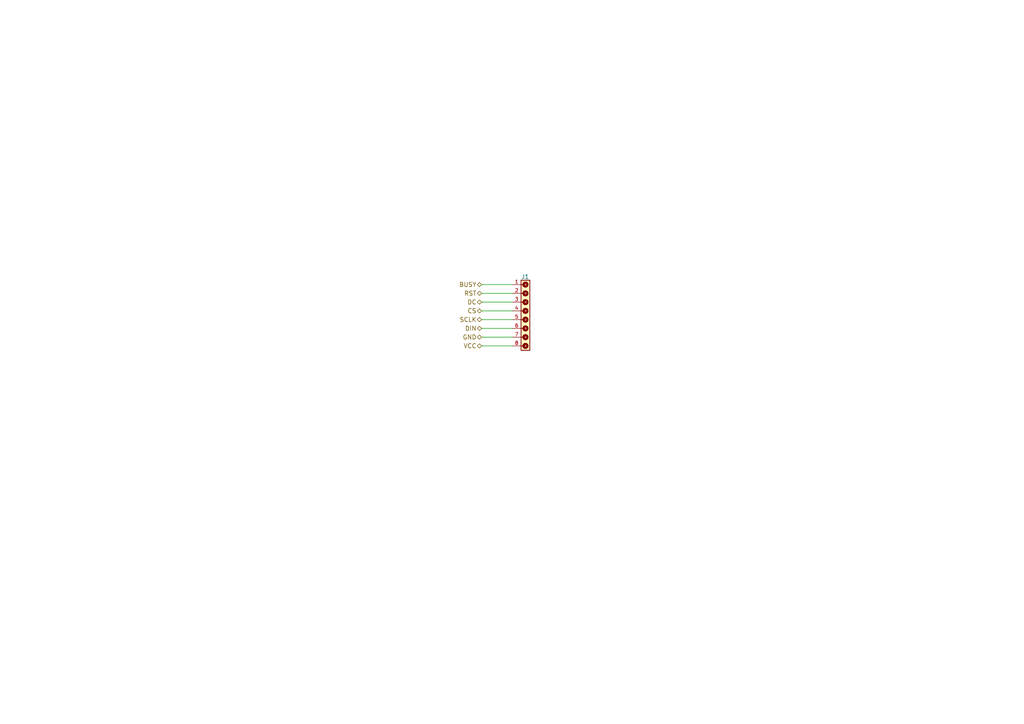
<source format=kicad_sch>
(kicad_sch (version 20231120) (generator "eeschema") (generator_version "8.0")
  (paper "A4")
  (lib_symbols
    (symbol "6130XX11121_61300811121:6130XX11121_61300811121" (pin_names (offset 1.016))
      (property "Reference" "J" (at -10.16 -1.778 0))
      (symbol "6130XX11121_61300811121_0_0"
        (rectangle (start -8.89 -2.54) (end 11.43 0) (stroke (width 0.254)) (fill (type background)))
        (circle (center -7.62 -1.27) (radius 0.254) (stroke (width 0.635)))
        (circle (center -5.08 -1.27) (radius 0.254) (stroke (width 0.635)))
        (circle (center -2.54 -1.27) (radius 0.254) (stroke (width 0.635)))
        (circle (center 0 -1.27) (radius 0.254) (stroke (width 0.635)))
        (polyline (pts (xy -7.62 -1.27) (xy -7.62 -2.54)) (stroke (width 0.254)))
        (polyline (pts (xy -5.08 -1.27) (xy -5.08 -2.54)) (stroke (width 0.254)))
        (polyline (pts (xy -2.54 -1.27) (xy -2.54 -2.54)) (stroke (width 0.254)))
        (polyline (pts (xy 0 -1.27) (xy 0 -2.54)) (stroke (width 0.254)))
        (polyline (pts (xy 2.54 -1.27) (xy 2.54 -2.54)) (stroke (width 0.254)))
        (polyline (pts (xy 5.08 -1.27) (xy 5.08 -2.54)) (stroke (width 0.254)))
        (polyline (pts (xy 7.62 -1.27) (xy 7.62 -2.54)) (stroke (width 0.254)))
        (polyline (pts (xy 10.16 -1.27) (xy 10.16 -2.54)) (stroke (width 0.254)))
        (circle (center 2.54 -1.27) (radius 0.254) (stroke (width 0.635)))
        (circle (center 5.08 -1.27) (radius 0.254) (stroke (width 0.635)))
        (circle (center 7.62 -1.27) (radius 0.254) (stroke (width 0.635)))
        (circle (center 10.16 -1.27) (radius 0.254) (stroke (width 0.635)))
        (pin passive line (at -7.62 -5.08 90) (length 2.54) (name "~") (number "1"))
        (pin passive line (at -5.08 -5.08 90) (length 2.54) (name "~") (number "2"))
        (pin passive line (at -2.54 -5.08 90) (length 2.54) (name "~") (number "3"))
        (pin passive line (at 0 -5.08 90) (length 2.54) (name "~") (number "4"))
        (pin passive line (at 2.54 -5.08 90) (length 2.54) (name "~") (number "5"))
        (pin passive line (at 5.08 -5.08 90) (length 2.54) (name "~") (number "6"))
        (pin passive line (at 7.62 -5.08 90) (length 2.54) (name "~") (number "7"))
        (pin passive line (at 10.16 -5.08 90) (length 2.54) (name "~") (number "8"))
      )
    )
  )
  (wire (pts (xy 139.7 87.63) (xy 148.59 87.63)))
  (wire (pts (xy 139.7 95.25) (xy 148.59 95.25)))
  (wire (pts (xy 139.7 90.17) (xy 148.59 90.17)))
  (wire (pts (xy 139.7 97.79) (xy 148.59 97.79)))
  (wire (pts (xy 139.7 92.71) (xy 148.59 92.71)))
  (wire (pts (xy 139.7 85.09) (xy 148.59 85.09)))
  (wire (pts (xy 139.7 100.33) (xy 148.59 100.33)))
  (wire (pts (xy 139.7 82.55) (xy 148.59 82.55)))
  (hierarchical_label "VCC" (shape bidirectional) (at 139.7 100.33 180))
  (hierarchical_label "RST" (shape bidirectional) (at 139.7 85.09 180))
  (hierarchical_label "SCLK" (shape bidirectional) (at 139.7 92.71 180))
  (hierarchical_label "BUSY" (shape bidirectional) (at 139.7 82.55 180))
  (hierarchical_label "CS" (shape bidirectional) (at 139.7 90.17 180))
  (hierarchical_label "GND" (shape bidirectional) (at 139.7 97.79 180))
  (hierarchical_label "DC" (shape bidirectional) (at 139.7 87.63 180))
  (hierarchical_label "DIN" (shape bidirectional) (at 139.7 95.25 180))
  (symbol (lib_id "6130XX11121_61300811121:6130XX11121_61300811121") (at 153.67 90.17 270) (unit 1)
    (property "Reference" "J1" (at 151.13 80.264 90) (effects (justify left)))
    (property "Value" "61300811121" (effects (hide yes)))
    (property "Footprint" "footprints:61300811121" (effects (hide yes)))
    (property "ROWS" "Single" (effects (hide yes)))
    (property "GENDER" "Pin Header" (effects (hide yes)))
    (property "MOUNT" "THT" (effects (hide yes)))
    (property "IR" "3A" (effects (hide yes)))
    (property "VALUE" "61300811121" (effects (hide yes)))
    (property "PACKAGING" "Bag" (effects (hide yes)))
    (property "PINS" "8" (effects (hide yes)))
    (property "DATASHEET-URL" "https://www.we-online.com/redexpert/spec/61300811121?ae" (effects (hide yes)))
    (property "PITCH" "2.54mm" (effects (hide yes)))
    (property "PART-NUMBER" "61300811121" (effects (hide yes)))
    (property "TYPE" "Straight" (effects (hide yes)))
  )
)
</source>
